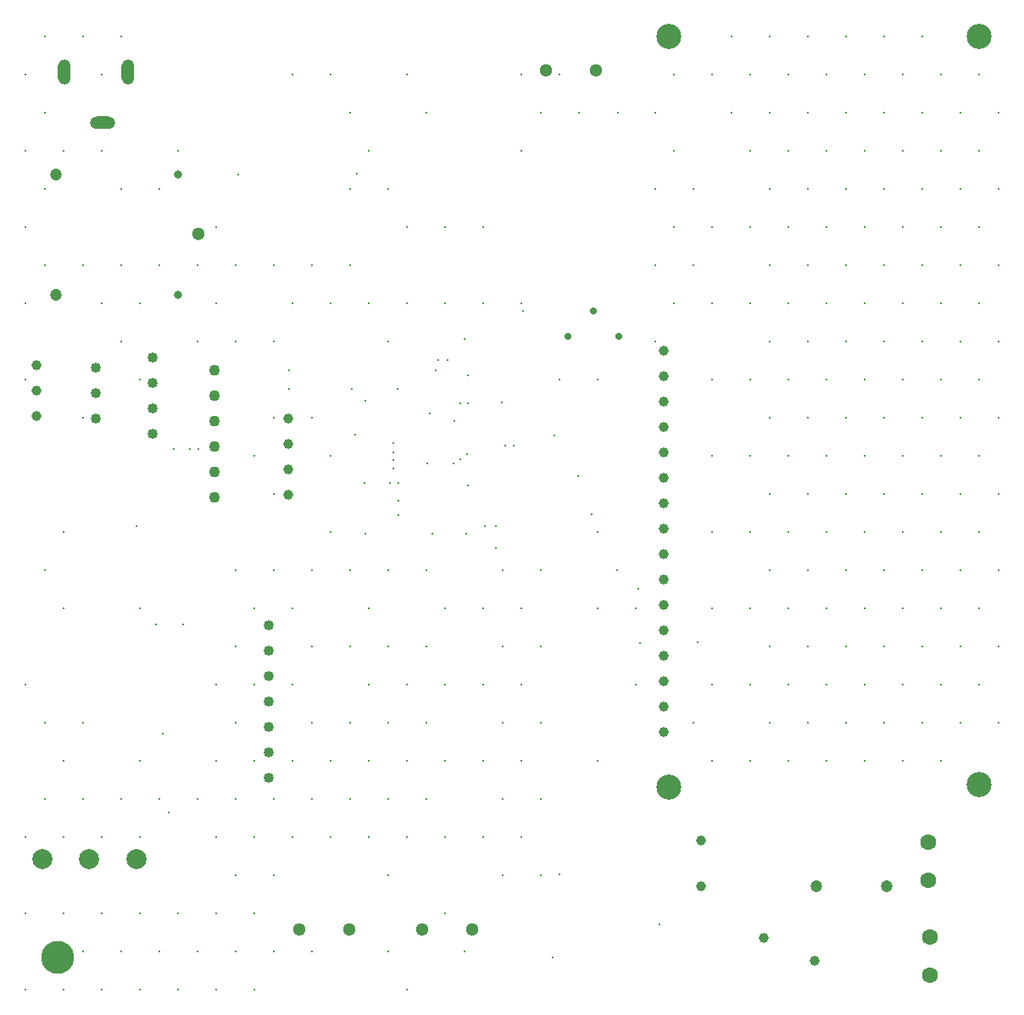
<source format=gbr>
%TF.GenerationSoftware,Altium Limited,Altium Designer,24.9.1 (31)*%
G04 Layer_Color=0*
%FSLAX45Y45*%
%MOMM*%
%TF.SameCoordinates,54C84388-69FA-44E8-9161-08C7B8D1B229*%
%TF.FilePolarity,Positive*%
%TF.FileFunction,Plated,1,2,PTH,Drill*%
%TF.Part,Single*%
G01*
G75*
%TA.AperFunction,OtherDrill,Pad Free-1 (4.5mm,4.5mm)*%
%ADD118C,3.30000*%
%TA.AperFunction,ComponentDrill*%
%ADD119C,2.00000*%
%ADD120C,1.02000*%
%ADD121C,1.00000*%
%ADD122C,1.30000*%
%ADD123C,1.20000*%
%ADD124C,2.50000*%
%ADD125C,1.00000*%
%ADD126C,1.10000*%
%ADD127C,0.71400*%
%ADD128C,0.80000*%
%ADD129O,2.54000X1.27000*%
%ADD130O,1.27000X2.54000*%
%ADD131C,1.60000*%
%TA.AperFunction,ViaDrill,NotFilled*%
%ADD132C,0.25400*%
D118*
X450000Y450000D02*
D03*
D119*
X760161Y1428000D02*
D03*
X290161D02*
D03*
X1230161D02*
D03*
D120*
X2552700Y3004820D02*
D03*
Y2242820D02*
D03*
Y2496820D02*
D03*
Y2750820D02*
D03*
Y3512820D02*
D03*
Y3766820D02*
D03*
Y3258820D02*
D03*
X828040Y6339840D02*
D03*
Y6085840D02*
D03*
Y5831840D02*
D03*
X1391920Y6438900D02*
D03*
Y6184900D02*
D03*
Y5930900D02*
D03*
Y5676900D02*
D03*
D121*
X7500620Y640080D02*
D03*
X8008620Y411480D02*
D03*
X6875340Y1619780D02*
D03*
Y1159780D02*
D03*
X236220Y5859780D02*
D03*
Y6113780D02*
D03*
Y6367780D02*
D03*
D122*
X2862960Y730080D02*
D03*
X3362960D02*
D03*
X5826380Y9311640D02*
D03*
X5326380D02*
D03*
X4089400Y730080D02*
D03*
X4589400D02*
D03*
X1851400Y7682800D02*
D03*
D123*
X8725340Y1159780D02*
D03*
X8025340D02*
D03*
X431400Y7070800D02*
D03*
Y8270800D02*
D03*
D124*
X6550660Y9649460D02*
D03*
X9650660D02*
D03*
X9650060Y2178360D02*
D03*
X6550660Y2149460D02*
D03*
D125*
X6500660Y6509460D02*
D03*
Y6255460D02*
D03*
Y6001460D02*
D03*
Y5747460D02*
D03*
Y5493460D02*
D03*
Y5239460D02*
D03*
Y4985460D02*
D03*
Y4731460D02*
D03*
Y4477460D02*
D03*
Y4223460D02*
D03*
Y3715460D02*
D03*
Y3461460D02*
D03*
Y3207460D02*
D03*
Y2953460D02*
D03*
Y2699460D02*
D03*
Y3969460D02*
D03*
X2753360Y5067300D02*
D03*
Y5321300D02*
D03*
Y5829300D02*
D03*
Y5575300D02*
D03*
D126*
X2012640Y5045519D02*
D03*
Y5299519D02*
D03*
Y5553519D02*
D03*
Y5807519D02*
D03*
Y6061519D02*
D03*
Y6315519D02*
D03*
D127*
X5546000Y6657340D02*
D03*
X5800000Y6911340D02*
D03*
X6054000Y6657340D02*
D03*
D128*
X1651400Y8270800D02*
D03*
Y7070800D02*
D03*
D129*
X899160Y8788400D02*
D03*
D130*
X518160Y9296400D02*
D03*
X1153160D02*
D03*
D131*
X9157062Y266706D02*
D03*
Y647706D02*
D03*
X9141822Y1216666D02*
D03*
Y1597666D02*
D03*
D132*
X4820920Y4754880D02*
D03*
X4714240Y4757420D02*
D03*
X4531360Y4678680D02*
D03*
X4541520Y6268720D02*
D03*
X4338320Y6413500D02*
D03*
X1493520Y2679700D02*
D03*
X1432560Y3774440D02*
D03*
X6046060Y8890000D02*
D03*
X5080000Y6985000D02*
D03*
X1551940Y1894840D02*
D03*
X1270000Y1651000D02*
D03*
X889000D02*
D03*
X3175000Y2413000D02*
D03*
X7556500Y9652000D02*
D03*
X2413000Y1651000D02*
D03*
X4508500Y508000D02*
D03*
X6604000Y8509000D02*
D03*
X7937500Y6604000D02*
D03*
X8509000Y3937000D02*
D03*
X1079500Y508000D02*
D03*
X1651000Y889000D02*
D03*
X6223000Y3937000D02*
D03*
X7937500Y7366000D02*
D03*
X3937000Y1651000D02*
D03*
X4699000Y3175000D02*
D03*
X7366000Y7747000D02*
D03*
X8318500Y2794000D02*
D03*
Y7366000D02*
D03*
X9271000Y4699000D02*
D03*
Y6985000D02*
D03*
X2413000Y5461000D02*
D03*
X3365500Y3556000D02*
D03*
X7747000Y8509000D02*
D03*
X9652000Y9271000D02*
D03*
X3556000Y1651000D02*
D03*
X8128000Y4699000D02*
D03*
X6985000Y6985000D02*
D03*
X7747000Y5461000D02*
D03*
X8509000Y3175000D02*
D03*
X7556500Y2794000D02*
D03*
X5270500Y1270000D02*
D03*
X2984500Y2794000D02*
D03*
X7556500Y5080000D02*
D03*
X7747000Y4699000D02*
D03*
X7366000Y8509000D02*
D03*
X8509000D02*
D03*
X9271000Y5461000D02*
D03*
X9842500Y4318000D02*
D03*
X4508500Y6631440D02*
D03*
X4699000Y6985000D02*
D03*
X3175000Y4699000D02*
D03*
X5842000Y2413000D02*
D03*
X6794500Y2794000D02*
D03*
X9461500Y8128000D02*
D03*
X7556500Y3556000D02*
D03*
X3746500Y8128000D02*
D03*
X4127500Y3556000D02*
D03*
X6794500Y7366000D02*
D03*
X9461500Y5842000D02*
D03*
X7747000Y6223000D02*
D03*
X9842500Y8890000D02*
D03*
X1079500Y2032000D02*
D03*
X3937000Y127000D02*
D03*
X4318000Y1651000D02*
D03*
X8128000Y6223000D02*
D03*
X508000Y4699000D02*
D03*
X2032000Y2413000D02*
D03*
X4318000Y3937000D02*
D03*
X889000Y8509000D02*
D03*
X4318000Y7747000D02*
D03*
X6223000Y3175000D02*
D03*
X7937500Y2794000D02*
D03*
X9461500Y8890000D02*
D03*
X317500D02*
D03*
X698500Y7366000D02*
D03*
X2032000Y127000D02*
D03*
X7747000Y6985000D02*
D03*
X9461500Y2794000D02*
D03*
X508000Y1651000D02*
D03*
X2413000Y2413000D02*
D03*
X1079500Y8128000D02*
D03*
X2794000Y3937000D02*
D03*
X8509000Y5461000D02*
D03*
X6985000Y4699000D02*
D03*
X127000Y3175000D02*
D03*
X1841500Y2032000D02*
D03*
X317500Y7366000D02*
D03*
X2222500Y2794000D02*
D03*
X6032500Y4318000D02*
D03*
X7937500Y8128000D02*
D03*
X2413000Y3937000D02*
D03*
X8128000Y9271000D02*
D03*
X8509000Y6223000D02*
D03*
X4699000Y3937000D02*
D03*
X8890000Y6985000D02*
D03*
X9080500Y7366000D02*
D03*
X9461500Y6604000D02*
D03*
Y7366000D02*
D03*
X4127500Y4318000D02*
D03*
X5270500Y2794000D02*
D03*
X7556500Y8128000D02*
D03*
X4318000Y3175000D02*
D03*
X2222500Y4318000D02*
D03*
X8699500Y8890000D02*
D03*
X9080500Y4318000D02*
D03*
X7366000Y4699000D02*
D03*
X9271000Y7747000D02*
D03*
X6794500Y8128000D02*
D03*
X3937000Y3175000D02*
D03*
X8128000Y5461000D02*
D03*
X9652000D02*
D03*
X2984500Y4318000D02*
D03*
X8699500Y9652000D02*
D03*
X9842500Y3556000D02*
D03*
X9271000Y3175000D02*
D03*
X8318500Y9652000D02*
D03*
X1079500Y7366000D02*
D03*
X698500Y2794000D02*
D03*
X1270000Y127000D02*
D03*
X3746500Y6604000D02*
D03*
X8699500Y4318000D02*
D03*
Y8128000D02*
D03*
X9080500Y9652000D02*
D03*
X4889500Y2794000D02*
D03*
X9080500Y3556000D02*
D03*
X5461000Y6223000D02*
D03*
X8318500Y6604000D02*
D03*
X4699000Y1651000D02*
D03*
X9271000Y9271000D02*
D03*
X9652000Y3937000D02*
D03*
X5270500Y3556000D02*
D03*
X9080500Y8128000D02*
D03*
X7937500Y4318000D02*
D03*
X8890000Y5461000D02*
D03*
X4318000Y889000D02*
D03*
X1460500Y8128000D02*
D03*
X2032000Y889000D02*
D03*
X7747000Y7747000D02*
D03*
X5461000Y9271000D02*
D03*
X9842500Y5842000D02*
D03*
X698500Y2032000D02*
D03*
X8890000Y3937000D02*
D03*
X127000Y7747000D02*
D03*
X2413000Y889000D02*
D03*
X8509000Y2413000D02*
D03*
X4127500Y2032000D02*
D03*
X2413000Y3175000D02*
D03*
X9461500Y5080000D02*
D03*
X9652000Y6223000D02*
D03*
X2794000Y2413000D02*
D03*
X9652000Y8509000D02*
D03*
X317500Y8128000D02*
D03*
X2603500Y5080000D02*
D03*
X2794000Y6985000D02*
D03*
X3175000Y5461000D02*
D03*
X7556500Y5842000D02*
D03*
X6985000Y3937000D02*
D03*
X6413500Y8890000D02*
D03*
X8699500Y5080000D02*
D03*
X9271000Y2413000D02*
D03*
X889000Y127000D02*
D03*
X6985000Y6223000D02*
D03*
X9461500Y3556000D02*
D03*
X7175500Y9652000D02*
D03*
X317500Y2794000D02*
D03*
X8128000Y3175000D02*
D03*
X6413500Y6604000D02*
D03*
X8128000Y3937000D02*
D03*
X9842500Y6604000D02*
D03*
X8509000Y9271000D02*
D03*
X9652000Y3175000D02*
D03*
X4889500Y2032000D02*
D03*
X6985000Y2413000D02*
D03*
X5842000Y4699000D02*
D03*
X8318500Y8128000D02*
D03*
X8128000Y8509000D02*
D03*
X127000Y127000D02*
D03*
X1460500Y508000D02*
D03*
X698500Y9652000D02*
D03*
X3746500Y1270000D02*
D03*
X7366000Y6223000D02*
D03*
X1841500Y508000D02*
D03*
X508000Y3937000D02*
D03*
X6985000Y5461000D02*
D03*
X3937000Y7747000D02*
D03*
X9271000Y8509000D02*
D03*
X5080000Y3937000D02*
D03*
X3937000Y6985000D02*
D03*
X2603500Y6604000D02*
D03*
X9271000Y6223000D02*
D03*
X2222500Y7366000D02*
D03*
X698500Y508000D02*
D03*
X2603500Y1270000D02*
D03*
X2222500D02*
D03*
X4699000Y7747000D02*
D03*
X9842500Y8128000D02*
D03*
X9080500Y5080000D02*
D03*
X9842500Y7366000D02*
D03*
X2603500Y2032000D02*
D03*
X1460500Y7366000D02*
D03*
X5270500Y2032000D02*
D03*
X2032000Y3175000D02*
D03*
X508000Y889000D02*
D03*
X3556000Y3175000D02*
D03*
X3365500Y7366000D02*
D03*
X127000Y1651000D02*
D03*
X7366000Y2413000D02*
D03*
Y9271000D02*
D03*
X3365500Y2032000D02*
D03*
X7937500Y9652000D02*
D03*
X8318500Y5842000D02*
D03*
X5080000Y2413000D02*
D03*
X9080500Y2794000D02*
D03*
X3746500D02*
D03*
X2222500Y3556000D02*
D03*
X8699500Y2794000D02*
D03*
Y6604000D02*
D03*
X4889500Y3556000D02*
D03*
X2222500Y6604000D02*
D03*
X7556500Y7366000D02*
D03*
X1079500Y6604000D02*
D03*
X7937500Y8890000D02*
D03*
X9080500Y6604000D02*
D03*
X2603500Y4318000D02*
D03*
X2222500Y508000D02*
D03*
X5842000Y3937000D02*
D03*
X8128000Y6985000D02*
D03*
X8890000Y2413000D02*
D03*
X508000Y127000D02*
D03*
X8890000Y8509000D02*
D03*
X8509000Y7747000D02*
D03*
X3556000Y2413000D02*
D03*
X9842500Y5080000D02*
D03*
X8890000Y7747000D02*
D03*
X3175000Y1651000D02*
D03*
X6413500Y8128000D02*
D03*
X9652000Y6985000D02*
D03*
X127000Y6223000D02*
D03*
X1651000Y8509000D02*
D03*
X9842500Y2794000D02*
D03*
X6604000Y9271000D02*
D03*
Y6985000D02*
D03*
Y7747000D02*
D03*
X127000Y6985000D02*
D03*
X4889500Y1270000D02*
D03*
X3175000Y9271000D02*
D03*
X3556000Y8509000D02*
D03*
X7937500Y5842000D02*
D03*
X8890000Y3175000D02*
D03*
X9080500Y8890000D02*
D03*
X317500Y2032000D02*
D03*
X7747000Y2413000D02*
D03*
Y9271000D02*
D03*
Y3175000D02*
D03*
X3746500Y4318000D02*
D03*
X9271000Y3937000D02*
D03*
X889000Y6985000D02*
D03*
X3746500Y2032000D02*
D03*
X8318500Y8890000D02*
D03*
X5080000Y9271000D02*
D03*
X1270000Y6223000D02*
D03*
X2984500Y2032000D02*
D03*
X127000Y889000D02*
D03*
Y8509000D02*
D03*
X2794000Y9271000D02*
D03*
X5270500Y8890000D02*
D03*
X7937500Y3556000D02*
D03*
X8699500Y5842000D02*
D03*
X8890000Y4699000D02*
D03*
X2413000Y127000D02*
D03*
X5080000Y3175000D02*
D03*
X2794000Y1651000D02*
D03*
X2222500Y2032000D02*
D03*
X2032000Y6985000D02*
D03*
X1270000Y889000D02*
D03*
X3937000Y9271000D02*
D03*
X889000D02*
D03*
X2032000Y1651000D02*
D03*
X7175500Y8890000D02*
D03*
X7556500Y4318000D02*
D03*
X1841500Y7366000D02*
D03*
X4127500Y2794000D02*
D03*
X5651500Y8890000D02*
D03*
X127000Y9271000D02*
D03*
X8509000Y4699000D02*
D03*
X5080000Y8509000D02*
D03*
X8318500Y3556000D02*
D03*
X508000Y2413000D02*
D03*
X9652000Y4699000D02*
D03*
X1270000Y2413000D02*
D03*
X2984500Y508000D02*
D03*
X1270000Y3937000D02*
D03*
X8318500Y4318000D02*
D03*
X3556000Y3937000D02*
D03*
X5842000Y6223000D02*
D03*
X6985000Y3175000D02*
D03*
X8890000Y6223000D02*
D03*
X2603500Y5842000D02*
D03*
X3365500Y8128000D02*
D03*
Y2794000D02*
D03*
X7366000Y6985000D02*
D03*
X317500Y4318000D02*
D03*
X2603500Y508000D02*
D03*
X3556000Y6985000D02*
D03*
X3365500Y8890000D02*
D03*
X6985000Y7747000D02*
D03*
X3746500Y508000D02*
D03*
X4318000Y6985000D02*
D03*
X1460500Y2032000D02*
D03*
X7366000Y3175000D02*
D03*
Y5461000D02*
D03*
X7747000Y3937000D02*
D03*
X8318500Y5080000D02*
D03*
X8509000Y6985000D02*
D03*
X2032000Y7747000D02*
D03*
X7556500Y6604000D02*
D03*
X9080500Y5842000D02*
D03*
X9461500Y4318000D02*
D03*
X9652000Y7747000D02*
D03*
X508000Y8509000D02*
D03*
X1651000Y127000D02*
D03*
X8128000Y2413000D02*
D03*
X1841500Y6604000D02*
D03*
X3365500Y4318000D02*
D03*
X4318000Y2413000D02*
D03*
X3746500Y3556000D02*
D03*
X3175000Y6985000D02*
D03*
X4127500Y8890000D02*
D03*
X2984500Y3556000D02*
D03*
X5270500Y4318000D02*
D03*
X2984500Y7366000D02*
D03*
X6985000Y9271000D02*
D03*
X2984500Y5842000D02*
D03*
X889000Y889000D02*
D03*
X7556500Y8890000D02*
D03*
X8699500Y7366000D02*
D03*
X5080000Y1651000D02*
D03*
X317500Y9652000D02*
D03*
X7366000Y3937000D02*
D03*
X1270000Y6985000D02*
D03*
X698500Y5842000D02*
D03*
X3937000Y2413000D02*
D03*
X2603500Y7366000D02*
D03*
X4699000Y2413000D02*
D03*
X7937500Y5080000D02*
D03*
X8128000Y7747000D02*
D03*
X4889500Y4318000D02*
D03*
X1079500Y9652000D02*
D03*
X8699500Y3556000D02*
D03*
X2794000Y3175000D02*
D03*
X6413500Y7366000D02*
D03*
X8890000Y9271000D02*
D03*
X5648960Y5255260D02*
D03*
X3380740Y6126480D02*
D03*
X5097780Y6906260D02*
D03*
X5394960Y452120D02*
D03*
X6459220Y777240D02*
D03*
X4221480Y6319520D02*
D03*
X4244340Y6413500D02*
D03*
X4160520Y5882640D02*
D03*
X4407740Y5808140D02*
D03*
X3843020Y6126480D02*
D03*
X4823391Y4534112D02*
D03*
X4544060Y5163820D02*
D03*
X5410200Y5661660D02*
D03*
X3421380Y5671820D02*
D03*
X3853180Y4866640D02*
D03*
Y5009080D02*
D03*
X4135120Y5384800D02*
D03*
X3766820Y5191760D02*
D03*
X2755900Y6319520D02*
D03*
Y6126480D02*
D03*
X4184849Y4678680D02*
D03*
X2252980Y8275320D02*
D03*
X3431540Y8280400D02*
D03*
X1610360Y5532120D02*
D03*
X1696720Y3774440D02*
D03*
X1770380Y5532120D02*
D03*
X1849120D02*
D03*
X1231900Y4757420D02*
D03*
X6261100Y3586480D02*
D03*
X6842760Y3599180D02*
D03*
X6248400Y4132580D02*
D03*
X5459401Y1281604D02*
D03*
X4470400Y5430520D02*
D03*
X4401820Y5382260D02*
D03*
X3800000Y5497000D02*
D03*
Y5586211D02*
D03*
X4533900Y5473700D02*
D03*
X4884420Y5991860D02*
D03*
X3515360Y5191760D02*
D03*
X3522980Y6012180D02*
D03*
X4466160Y5986780D02*
D03*
X5783249Y4874876D02*
D03*
X3520440Y4678680D02*
D03*
X4919980Y5565140D02*
D03*
X5003800D02*
D03*
X4544060Y5986780D02*
D03*
X3853180Y5191760D02*
D03*
X3800000Y5334000D02*
D03*
Y5420360D02*
D03*
%TF.MD5,fa85ae1c48c07261b3cf8bc7a7fca237*%
M02*

</source>
